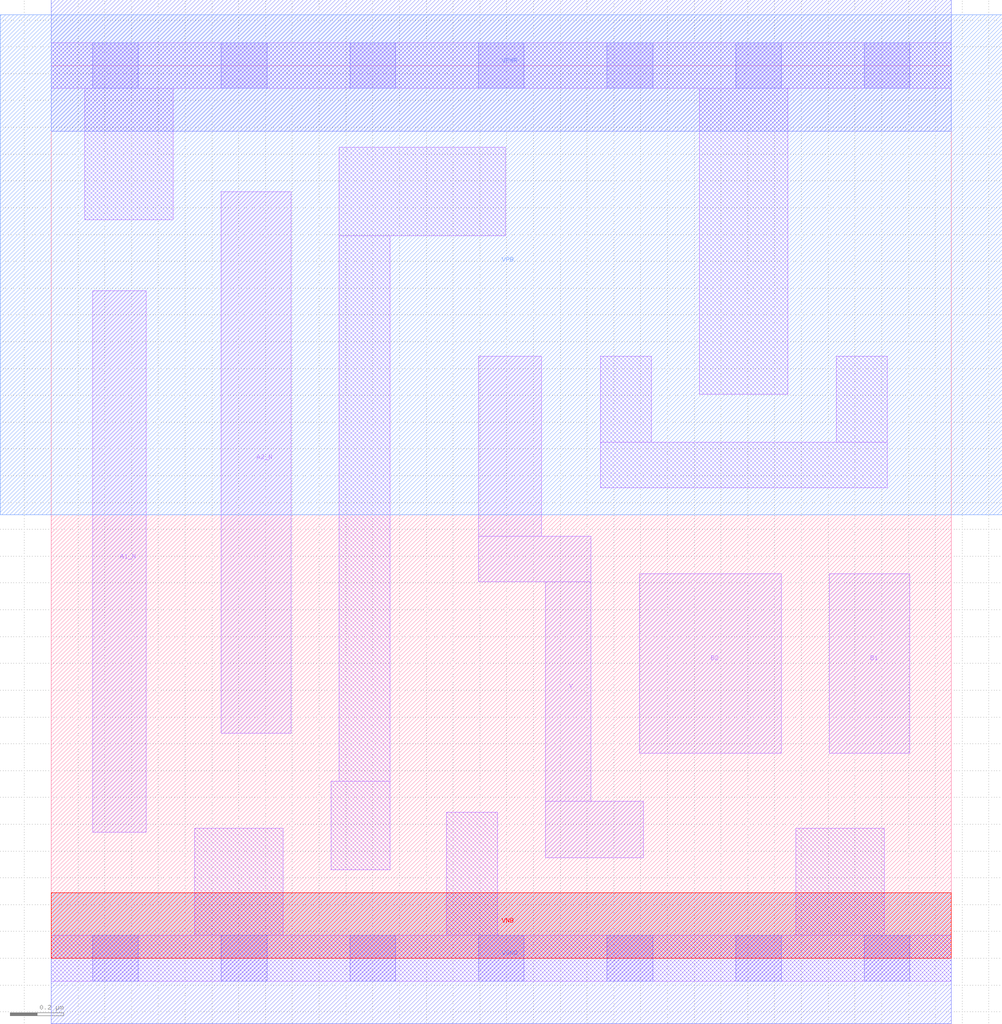
<source format=lef>
# Copyright 2020 The SkyWater PDK Authors
#
# Licensed under the Apache License, Version 2.0 (the "License");
# you may not use this file except in compliance with the License.
# You may obtain a copy of the License at
#
#     https://www.apache.org/licenses/LICENSE-2.0
#
# Unless required by applicable law or agreed to in writing, software
# distributed under the License is distributed on an "AS IS" BASIS,
# WITHOUT WARRANTIES OR CONDITIONS OF ANY KIND, either express or implied.
# See the License for the specific language governing permissions and
# limitations under the License.
#
# SPDX-License-Identifier: Apache-2.0

VERSION 5.7 ;
  NOWIREEXTENSIONATPIN ON ;
  DIVIDERCHAR "/" ;
  BUSBITCHARS "[]" ;
MACRO sky130_fd_sc_lp__a2bb2oi_m
  CLASS CORE ;
  FOREIGN sky130_fd_sc_lp__a2bb2oi_m ;
  ORIGIN  0.000000  0.000000 ;
  SIZE  3.360000 BY  3.330000 ;
  SYMMETRY X Y R90 ;
  SITE unit ;
  PIN A1_N
    ANTENNAGATEAREA  0.126000 ;
    DIRECTION INPUT ;
    USE SIGNAL ;
    PORT
      LAYER li1 ;
        RECT 0.155000 0.470000 0.355000 2.490000 ;
    END
  END A1_N
  PIN A2_N
    ANTENNAGATEAREA  0.126000 ;
    DIRECTION INPUT ;
    USE SIGNAL ;
    PORT
      LAYER li1 ;
        RECT 0.635000 0.840000 0.895000 2.860000 ;
    END
  END A2_N
  PIN B1
    ANTENNAGATEAREA  0.126000 ;
    DIRECTION INPUT ;
    USE SIGNAL ;
    PORT
      LAYER li1 ;
        RECT 2.905000 0.765000 3.205000 1.435000 ;
    END
  END B1
  PIN B2
    ANTENNAGATEAREA  0.126000 ;
    DIRECTION INPUT ;
    USE SIGNAL ;
    PORT
      LAYER li1 ;
        RECT 2.195000 0.765000 2.725000 1.435000 ;
    END
  END B2
  PIN Y
    ANTENNADIFFAREA  0.228900 ;
    DIRECTION OUTPUT ;
    USE SIGNAL ;
    PORT
      LAYER li1 ;
        RECT 1.595000 1.405000 2.015000 1.575000 ;
        RECT 1.595000 1.575000 1.830000 2.245000 ;
        RECT 1.845000 0.375000 2.210000 0.585000 ;
        RECT 1.845000 0.585000 2.015000 1.405000 ;
    END
  END Y
  PIN VGND
    DIRECTION INOUT ;
    USE GROUND ;
    PORT
      LAYER met1 ;
        RECT 0.000000 -0.245000 3.360000 0.245000 ;
    END
  END VGND
  PIN VNB
    DIRECTION INOUT ;
    USE GROUND ;
    PORT
      LAYER pwell ;
        RECT 0.000000 0.000000 3.360000 0.245000 ;
    END
  END VNB
  PIN VPB
    DIRECTION INOUT ;
    USE POWER ;
    PORT
      LAYER nwell ;
        RECT -0.190000 1.655000 3.550000 3.520000 ;
    END
  END VPB
  PIN VPWR
    DIRECTION INOUT ;
    USE POWER ;
    PORT
      LAYER met1 ;
        RECT 0.000000 3.085000 3.360000 3.575000 ;
    END
  END VPWR
  OBS
    LAYER li1 ;
      RECT 0.000000 -0.085000 3.360000 0.085000 ;
      RECT 0.000000  3.245000 3.360000 3.415000 ;
      RECT 0.125000  2.755000 0.455000 3.245000 ;
      RECT 0.535000  0.085000 0.865000 0.485000 ;
      RECT 1.045000  0.330000 1.265000 0.660000 ;
      RECT 1.075000  0.660000 1.265000 2.695000 ;
      RECT 1.075000  2.695000 1.695000 3.025000 ;
      RECT 1.475000  0.085000 1.665000 0.545000 ;
      RECT 2.050000  1.755000 3.120000 1.925000 ;
      RECT 2.050000  1.925000 2.240000 2.245000 ;
      RECT 2.420000  2.105000 2.750000 3.245000 ;
      RECT 2.780000  0.085000 3.110000 0.485000 ;
      RECT 2.930000  1.925000 3.120000 2.245000 ;
    LAYER mcon ;
      RECT 0.155000 -0.085000 0.325000 0.085000 ;
      RECT 0.155000  3.245000 0.325000 3.415000 ;
      RECT 0.635000 -0.085000 0.805000 0.085000 ;
      RECT 0.635000  3.245000 0.805000 3.415000 ;
      RECT 1.115000 -0.085000 1.285000 0.085000 ;
      RECT 1.115000  3.245000 1.285000 3.415000 ;
      RECT 1.595000 -0.085000 1.765000 0.085000 ;
      RECT 1.595000  3.245000 1.765000 3.415000 ;
      RECT 2.075000 -0.085000 2.245000 0.085000 ;
      RECT 2.075000  3.245000 2.245000 3.415000 ;
      RECT 2.555000 -0.085000 2.725000 0.085000 ;
      RECT 2.555000  3.245000 2.725000 3.415000 ;
      RECT 3.035000 -0.085000 3.205000 0.085000 ;
      RECT 3.035000  3.245000 3.205000 3.415000 ;
  END
END sky130_fd_sc_lp__a2bb2oi_m
END LIBRARY

</source>
